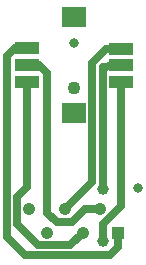
<source format=gbr>
%TF.GenerationSoftware,Altium Limited,Altium Designer,23.1.1 (15)*%
G04 Layer_Physical_Order=1*
G04 Layer_Color=255*
%FSLAX45Y45*%
%MOMM*%
%TF.SameCoordinates,DA8359DC-2A2D-43C9-82BD-A03897F034EF*%
%TF.FilePolarity,Positive*%
%TF.FileFunction,Copper,L1,Top,Signal*%
%TF.Part,Single*%
G01*
G75*
%TA.AperFunction,SMDPad,CuDef*%
%ADD10R,2.00000X1.00000*%
%ADD11R,2.00000X1.80000*%
%TA.AperFunction,Conductor*%
%ADD12C,0.63500*%
%TA.AperFunction,ComponentPad*%
%ADD13R,1.05000X1.05000*%
%ADD14C,0.80000*%
%ADD15C,1.05000*%
%ADD16C,1.10000*%
%TA.AperFunction,ViaPad*%
%ADD17C,1.00000*%
D10*
X362001Y1676400D02*
D03*
Y1818899D02*
D03*
Y1533901D02*
D03*
X1161999D02*
D03*
Y1676400D02*
D03*
Y1816359D02*
D03*
D11*
X762000Y2081398D02*
D03*
Y1271402D02*
D03*
D12*
X1160780Y482600D02*
Y1533901D01*
X360680Y640791D02*
Y1533901D01*
X362001Y1676400D02*
X467360D01*
X538201Y1605559D01*
Y427853D02*
Y1605559D01*
Y427853D02*
X615533Y350520D01*
X749300D01*
X855980Y457200D01*
X985799D01*
X1160780Y1533901D02*
X1161999D01*
X1005840Y327660D02*
X1160780Y482600D01*
X1005840Y182880D02*
Y327660D01*
X1008380Y629488D02*
Y1663700D01*
X1161999Y1676400D01*
X1135802Y140122D02*
Y257200D01*
X1064489Y68809D02*
X1135802Y140122D01*
X347406Y68809D02*
X1064489D01*
X197409Y218806D02*
X347406Y68809D01*
X197409Y218806D02*
Y1756969D01*
X259339Y1818899D01*
X362001D01*
X360680Y1533901D02*
X362001D01*
X281229Y561340D02*
X360680Y640791D01*
X281229Y333451D02*
Y561340D01*
Y333451D02*
X462051Y152629D01*
X731230D01*
X835802Y257200D01*
X685800Y457200D02*
X914400Y685800D01*
Y1696979D01*
X1033780Y1816359D01*
X1161999D01*
D13*
X1135802Y257200D02*
D03*
D14*
X1300800Y637200D02*
D03*
X762000Y1866402D02*
D03*
D15*
X985799Y457200D02*
D03*
X835802Y257200D02*
D03*
X685800Y457200D02*
D03*
X535798Y257200D02*
D03*
X385801Y457200D02*
D03*
D16*
X762000Y1486398D02*
D03*
D17*
X1005840Y182880D02*
D03*
X1008380Y629488D02*
D03*
%TF.MD5,6c3a24ca0ca051882d250ec7ade1da29*%
M02*

</source>
